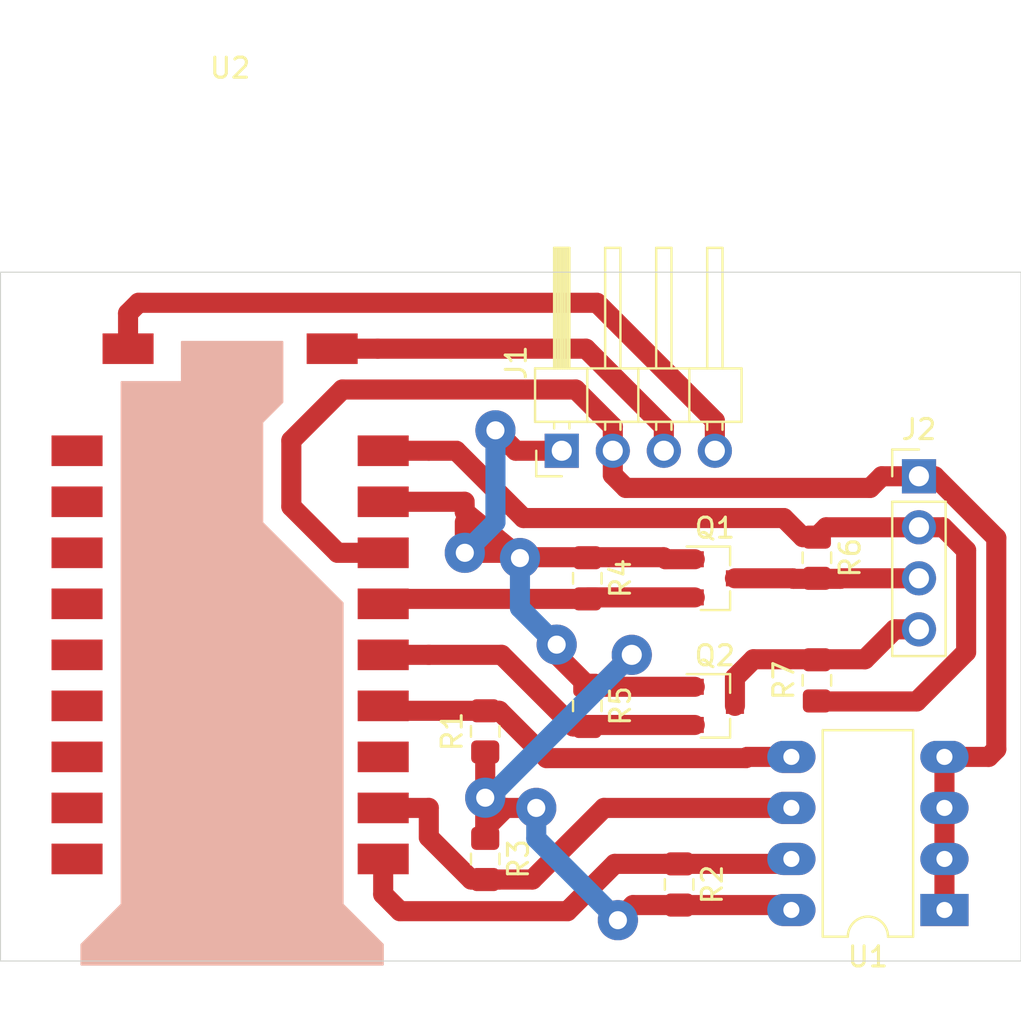
<source format=kicad_pcb>
(kicad_pcb (version 20171130) (host pcbnew 5.1.5+dfsg1-2build2)

  (general
    (thickness 1.6)
    (drawings 5)
    (tracks 139)
    (zones 0)
    (modules 13)
    (nets 23)
  )

  (page A4)
  (layers
    (0 F.Cu signal)
    (31 B.Cu signal)
    (32 B.Adhes user)
    (33 F.Adhes user)
    (34 B.Paste user)
    (35 F.Paste user)
    (36 B.SilkS user)
    (37 F.SilkS user)
    (38 B.Mask user)
    (39 F.Mask user)
    (40 Dwgs.User user)
    (41 Cmts.User user)
    (42 Eco1.User user)
    (43 Eco2.User user)
    (44 Edge.Cuts user)
    (45 Margin user)
    (46 B.CrtYd user)
    (47 F.CrtYd user)
    (48 B.Fab user)
    (49 F.Fab user)
  )

  (setup
    (last_trace_width 1)
    (user_trace_width 1)
    (trace_clearance 0.5)
    (zone_clearance 0.508)
    (zone_45_only no)
    (trace_min 0.2)
    (via_size 0.8)
    (via_drill 0.4)
    (via_min_size 0.4)
    (via_min_drill 0.3)
    (user_via 2 0.9)
    (uvia_size 0.3)
    (uvia_drill 0.1)
    (uvias_allowed no)
    (uvia_min_size 0.2)
    (uvia_min_drill 0.1)
    (edge_width 0.05)
    (segment_width 0.2)
    (pcb_text_width 0.3)
    (pcb_text_size 1.5 1.5)
    (mod_edge_width 0.12)
    (mod_text_size 1 1)
    (mod_text_width 0.15)
    (pad_size 1.524 1.524)
    (pad_drill 0.762)
    (pad_to_mask_clearance 0.051)
    (solder_mask_min_width 0.25)
    (aux_axis_origin 0 0)
    (visible_elements FFFFFF7F)
    (pcbplotparams
      (layerselection 0x00010_7ffffffe)
      (usegerberextensions false)
      (usegerberattributes false)
      (usegerberadvancedattributes false)
      (creategerberjobfile false)
      (excludeedgelayer true)
      (linewidth 0.100000)
      (plotframeref false)
      (viasonmask false)
      (mode 1)
      (useauxorigin false)
      (hpglpennumber 1)
      (hpglpenspeed 20)
      (hpglpendiameter 15.000000)
      (psnegative false)
      (psa4output false)
      (plotreference true)
      (plotvalue true)
      (plotinvisibletext false)
      (padsonsilk false)
      (subtractmaskfromsilk false)
      (outputformat 1)
      (mirror false)
      (drillshape 0)
      (scaleselection 1)
      (outputdirectory "plot/"))
  )

  (net 0 "")
  (net 1 SWDCLK)
  (net 2 SWDIO)
  (net 3 GND)
  (net 4 +3V3)
  (net 5 +5V)
  (net 6 MT)
  (net 7 MR)
  (net 8 MT_LOW)
  (net 9 MR_LOW)
  (net 10 SDA)
  (net 11 WP)
  (net 12 SCL)
  (net 13 "Net-(U2-Pad1)")
  (net 14 "Net-(U2-Pad3)")
  (net 15 "Net-(U2-Pad5)")
  (net 16 "Net-(U2-Pad13)")
  (net 17 "Net-(U2-Pad15)")
  (net 18 "Net-(U2-Pad17)")
  (net 19 "Net-(U2-Pad7)")
  (net 20 "Net-(U2-Pad9)")
  (net 21 "Net-(U2-Pad11)")
  (net 22 "Net-(U2-Pad14)")

  (net_class Default "This is the default net class."
    (clearance 0.5)
    (trace_width 1)
    (via_dia 0.8)
    (via_drill 0.4)
    (uvia_dia 0.3)
    (uvia_drill 0.1)
    (add_net +3V3)
    (add_net +5V)
    (add_net GND)
    (add_net MR)
    (add_net MR_LOW)
    (add_net MT)
    (add_net MT_LOW)
    (add_net "Net-(U2-Pad1)")
    (add_net "Net-(U2-Pad11)")
    (add_net "Net-(U2-Pad13)")
    (add_net "Net-(U2-Pad14)")
    (add_net "Net-(U2-Pad15)")
    (add_net "Net-(U2-Pad17)")
    (add_net "Net-(U2-Pad3)")
    (add_net "Net-(U2-Pad5)")
    (add_net "Net-(U2-Pad7)")
    (add_net "Net-(U2-Pad9)")
    (add_net SCL)
    (add_net SDA)
    (add_net SWDCLK)
    (add_net SWDIO)
    (add_net WP)
  )

  (module Components:NRF52840_Dongle (layer F.Cu) (tedit 61D651B8) (tstamp 61D6AB21)
    (at 152.4 58.42)
    (path /61D69CBB)
    (fp_text reference U2 (at 0 -19.05) (layer F.SilkS)
      (effects (font (size 1 1) (thickness 0.15)))
    )
    (fp_text value NRF52840_Dongle (at 0 -21.59) (layer F.Fab)
      (effects (font (size 1 1) (thickness 0.15)))
    )
    (fp_line (start 7.62 -1.5) (end 7.62 28.49) (layer Dwgs.User) (width 0.12))
    (fp_line (start 7.62 28.49) (end -7.62 28.49) (layer Dwgs.User) (width 0.12))
    (fp_line (start -7.62 28.49) (end -7.62 -1.5) (layer Dwgs.User) (width 0.12))
    (fp_line (start -7.62 -1.5) (end -6.01 -3.11) (layer Dwgs.User) (width 0.12))
    (fp_line (start -6.01 -3.11) (end -6.01 -17.51) (layer Dwgs.User) (width 0.12))
    (fp_line (start -6.01 -17.51) (end 6.01 -17.51) (layer Dwgs.User) (width 0.12))
    (fp_line (start 6.01 -17.51) (end 6.01 -3.11) (layer Dwgs.User) (width 0.12))
    (fp_line (start 6.01 -3.11) (end 7.62 -1.5) (layer Dwgs.User) (width 0.12))
    (pad 1 smd rect (at -7.62 0) (size 2.54 1.524) (layers F.Cu F.Paste F.Mask)
      (net 13 "Net-(U2-Pad1)"))
    (pad 2 smd rect (at 7.62 0) (size 2.54 1.524) (layers F.Cu F.Paste F.Mask)
      (net 5 +5V))
    (pad 3 smd rect (at -7.62 2.54) (size 2.54 1.524) (layers F.Cu F.Paste F.Mask)
      (net 14 "Net-(U2-Pad3)"))
    (pad 4 smd rect (at 7.62 2.54) (size 2.54 1.524) (layers F.Cu F.Paste F.Mask)
      (net 4 +3V3))
    (pad 5 smd rect (at -7.62 5.08) (size 2.54 1.524) (layers F.Cu F.Paste F.Mask)
      (net 15 "Net-(U2-Pad5)"))
    (pad 6 smd rect (at 7.62 5.08) (size 2.54 1.524) (layers F.Cu F.Paste F.Mask)
      (net 3 GND))
    (pad 7 smd rect (at -7.62 7.62) (size 2.54 1.524) (layers F.Cu F.Paste F.Mask)
      (net 19 "Net-(U2-Pad7)"))
    (pad 8 smd rect (at 7.62 7.62) (size 2.54 1.524) (layers F.Cu F.Paste F.Mask)
      (net 8 MT_LOW))
    (pad 9 smd rect (at -7.62 10.16) (size 2.54 1.524) (layers F.Cu F.Paste F.Mask)
      (net 20 "Net-(U2-Pad9)"))
    (pad 10 smd rect (at 7.62 10.16) (size 2.54 1.524) (layers F.Cu F.Paste F.Mask)
      (net 9 MR_LOW))
    (pad 11 smd rect (at -7.62 12.7) (size 2.54 1.524) (layers F.Cu F.Paste F.Mask)
      (net 21 "Net-(U2-Pad11)"))
    (pad 12 smd rect (at 7.62 12.7) (size 2.54 1.524) (layers F.Cu F.Paste F.Mask)
      (net 10 SDA))
    (pad 13 smd rect (at -7.62 15.24) (size 2.54 1.524) (layers F.Cu F.Paste F.Mask)
      (net 16 "Net-(U2-Pad13)"))
    (pad 14 smd rect (at 7.62 15.24) (size 2.54 1.524) (layers F.Cu F.Paste F.Mask)
      (net 22 "Net-(U2-Pad14)"))
    (pad 15 smd rect (at -7.62 17.78) (size 2.54 1.524) (layers F.Cu F.Paste F.Mask)
      (net 17 "Net-(U2-Pad15)"))
    (pad 16 smd rect (at 7.62 17.78) (size 2.54 1.524) (layers F.Cu F.Paste F.Mask)
      (net 12 SCL))
    (pad 17 smd rect (at -7.62 20.32) (size 2.54 1.524) (layers F.Cu F.Paste F.Mask)
      (net 18 "Net-(U2-Pad17)"))
    (pad 18 smd rect (at 7.62 20.32) (size 2.54 1.524) (layers F.Cu F.Paste F.Mask)
      (net 11 WP))
    (pad 19 smd rect (at -5.08 -5.08) (size 2.54 1.524) (layers F.Cu F.Paste F.Mask)
      (net 2 SWDIO))
    (pad 20 smd rect (at 5.08 -5.08) (size 2.54 1.524) (layers F.Cu F.Paste F.Mask)
      (net 1 SWDCLK))
  )

  (module Connector_PinHeader_2.54mm:PinHeader_1x04_P2.54mm_Horizontal (layer F.Cu) (tedit 59FED5CB) (tstamp 61D6C937)
    (at 168.91 58.42 90)
    (descr "Through hole angled pin header, 1x04, 2.54mm pitch, 6mm pin length, single row")
    (tags "Through hole angled pin header THT 1x04 2.54mm single row")
    (path /61D8A69D)
    (fp_text reference J1 (at 4.385 -2.27 90) (layer F.SilkS)
      (effects (font (size 1 1) (thickness 0.15)))
    )
    (fp_text value Debug (at 4.385 9.89 90) (layer F.Fab)
      (effects (font (size 1 1) (thickness 0.15)))
    )
    (fp_line (start 2.135 -1.27) (end 4.04 -1.27) (layer F.Fab) (width 0.1))
    (fp_line (start 4.04 -1.27) (end 4.04 8.89) (layer F.Fab) (width 0.1))
    (fp_line (start 4.04 8.89) (end 1.5 8.89) (layer F.Fab) (width 0.1))
    (fp_line (start 1.5 8.89) (end 1.5 -0.635) (layer F.Fab) (width 0.1))
    (fp_line (start 1.5 -0.635) (end 2.135 -1.27) (layer F.Fab) (width 0.1))
    (fp_line (start -0.32 -0.32) (end 1.5 -0.32) (layer F.Fab) (width 0.1))
    (fp_line (start -0.32 -0.32) (end -0.32 0.32) (layer F.Fab) (width 0.1))
    (fp_line (start -0.32 0.32) (end 1.5 0.32) (layer F.Fab) (width 0.1))
    (fp_line (start 4.04 -0.32) (end 10.04 -0.32) (layer F.Fab) (width 0.1))
    (fp_line (start 10.04 -0.32) (end 10.04 0.32) (layer F.Fab) (width 0.1))
    (fp_line (start 4.04 0.32) (end 10.04 0.32) (layer F.Fab) (width 0.1))
    (fp_line (start -0.32 2.22) (end 1.5 2.22) (layer F.Fab) (width 0.1))
    (fp_line (start -0.32 2.22) (end -0.32 2.86) (layer F.Fab) (width 0.1))
    (fp_line (start -0.32 2.86) (end 1.5 2.86) (layer F.Fab) (width 0.1))
    (fp_line (start 4.04 2.22) (end 10.04 2.22) (layer F.Fab) (width 0.1))
    (fp_line (start 10.04 2.22) (end 10.04 2.86) (layer F.Fab) (width 0.1))
    (fp_line (start 4.04 2.86) (end 10.04 2.86) (layer F.Fab) (width 0.1))
    (fp_line (start -0.32 4.76) (end 1.5 4.76) (layer F.Fab) (width 0.1))
    (fp_line (start -0.32 4.76) (end -0.32 5.4) (layer F.Fab) (width 0.1))
    (fp_line (start -0.32 5.4) (end 1.5 5.4) (layer F.Fab) (width 0.1))
    (fp_line (start 4.04 4.76) (end 10.04 4.76) (layer F.Fab) (width 0.1))
    (fp_line (start 10.04 4.76) (end 10.04 5.4) (layer F.Fab) (width 0.1))
    (fp_line (start 4.04 5.4) (end 10.04 5.4) (layer F.Fab) (width 0.1))
    (fp_line (start -0.32 7.3) (end 1.5 7.3) (layer F.Fab) (width 0.1))
    (fp_line (start -0.32 7.3) (end -0.32 7.94) (layer F.Fab) (width 0.1))
    (fp_line (start -0.32 7.94) (end 1.5 7.94) (layer F.Fab) (width 0.1))
    (fp_line (start 4.04 7.3) (end 10.04 7.3) (layer F.Fab) (width 0.1))
    (fp_line (start 10.04 7.3) (end 10.04 7.94) (layer F.Fab) (width 0.1))
    (fp_line (start 4.04 7.94) (end 10.04 7.94) (layer F.Fab) (width 0.1))
    (fp_line (start 1.44 -1.33) (end 1.44 8.95) (layer F.SilkS) (width 0.12))
    (fp_line (start 1.44 8.95) (end 4.1 8.95) (layer F.SilkS) (width 0.12))
    (fp_line (start 4.1 8.95) (end 4.1 -1.33) (layer F.SilkS) (width 0.12))
    (fp_line (start 4.1 -1.33) (end 1.44 -1.33) (layer F.SilkS) (width 0.12))
    (fp_line (start 4.1 -0.38) (end 10.1 -0.38) (layer F.SilkS) (width 0.12))
    (fp_line (start 10.1 -0.38) (end 10.1 0.38) (layer F.SilkS) (width 0.12))
    (fp_line (start 10.1 0.38) (end 4.1 0.38) (layer F.SilkS) (width 0.12))
    (fp_line (start 4.1 -0.32) (end 10.1 -0.32) (layer F.SilkS) (width 0.12))
    (fp_line (start 4.1 -0.2) (end 10.1 -0.2) (layer F.SilkS) (width 0.12))
    (fp_line (start 4.1 -0.08) (end 10.1 -0.08) (layer F.SilkS) (width 0.12))
    (fp_line (start 4.1 0.04) (end 10.1 0.04) (layer F.SilkS) (width 0.12))
    (fp_line (start 4.1 0.16) (end 10.1 0.16) (layer F.SilkS) (width 0.12))
    (fp_line (start 4.1 0.28) (end 10.1 0.28) (layer F.SilkS) (width 0.12))
    (fp_line (start 1.11 -0.38) (end 1.44 -0.38) (layer F.SilkS) (width 0.12))
    (fp_line (start 1.11 0.38) (end 1.44 0.38) (layer F.SilkS) (width 0.12))
    (fp_line (start 1.44 1.27) (end 4.1 1.27) (layer F.SilkS) (width 0.12))
    (fp_line (start 4.1 2.16) (end 10.1 2.16) (layer F.SilkS) (width 0.12))
    (fp_line (start 10.1 2.16) (end 10.1 2.92) (layer F.SilkS) (width 0.12))
    (fp_line (start 10.1 2.92) (end 4.1 2.92) (layer F.SilkS) (width 0.12))
    (fp_line (start 1.042929 2.16) (end 1.44 2.16) (layer F.SilkS) (width 0.12))
    (fp_line (start 1.042929 2.92) (end 1.44 2.92) (layer F.SilkS) (width 0.12))
    (fp_line (start 1.44 3.81) (end 4.1 3.81) (layer F.SilkS) (width 0.12))
    (fp_line (start 4.1 4.7) (end 10.1 4.7) (layer F.SilkS) (width 0.12))
    (fp_line (start 10.1 4.7) (end 10.1 5.46) (layer F.SilkS) (width 0.12))
    (fp_line (start 10.1 5.46) (end 4.1 5.46) (layer F.SilkS) (width 0.12))
    (fp_line (start 1.042929 4.7) (end 1.44 4.7) (layer F.SilkS) (width 0.12))
    (fp_line (start 1.042929 5.46) (end 1.44 5.46) (layer F.SilkS) (width 0.12))
    (fp_line (start 1.44 6.35) (end 4.1 6.35) (layer F.SilkS) (width 0.12))
    (fp_line (start 4.1 7.24) (end 10.1 7.24) (layer F.SilkS) (width 0.12))
    (fp_line (start 10.1 7.24) (end 10.1 8) (layer F.SilkS) (width 0.12))
    (fp_line (start 10.1 8) (end 4.1 8) (layer F.SilkS) (width 0.12))
    (fp_line (start 1.042929 7.24) (end 1.44 7.24) (layer F.SilkS) (width 0.12))
    (fp_line (start 1.042929 8) (end 1.44 8) (layer F.SilkS) (width 0.12))
    (fp_line (start -1.27 0) (end -1.27 -1.27) (layer F.SilkS) (width 0.12))
    (fp_line (start -1.27 -1.27) (end 0 -1.27) (layer F.SilkS) (width 0.12))
    (fp_line (start -1.8 -1.8) (end -1.8 9.4) (layer F.CrtYd) (width 0.05))
    (fp_line (start -1.8 9.4) (end 10.55 9.4) (layer F.CrtYd) (width 0.05))
    (fp_line (start 10.55 9.4) (end 10.55 -1.8) (layer F.CrtYd) (width 0.05))
    (fp_line (start 10.55 -1.8) (end -1.8 -1.8) (layer F.CrtYd) (width 0.05))
    (fp_text user %R (at 2.77 3.81) (layer F.Fab)
      (effects (font (size 1 1) (thickness 0.15)))
    )
    (pad 1 thru_hole rect (at 0 0 90) (size 1.7 1.7) (drill 1) (layers *.Cu *.Mask)
      (net 4 +3V3))
    (pad 2 thru_hole oval (at 0 2.54 90) (size 1.7 1.7) (drill 1) (layers *.Cu *.Mask)
      (net 3 GND))
    (pad 3 thru_hole oval (at 0 5.08 90) (size 1.7 1.7) (drill 1) (layers *.Cu *.Mask)
      (net 1 SWDCLK))
    (pad 4 thru_hole oval (at 0 7.62 90) (size 1.7 1.7) (drill 1) (layers *.Cu *.Mask)
      (net 2 SWDIO))
    (model ${KISYS3DMOD}/Connector_PinHeader_2.54mm.3dshapes/PinHeader_1x04_P2.54mm_Horizontal.wrl
      (at (xyz 0 0 0))
      (scale (xyz 1 1 1))
      (rotate (xyz 0 0 0))
    )
  )

  (module Connector_PinHeader_2.54mm:PinHeader_1x04_P2.54mm_Vertical (layer F.Cu) (tedit 59FED5CC) (tstamp 61D6AA43)
    (at 186.69 59.69)
    (descr "Through hole straight pin header, 1x04, 2.54mm pitch, single row")
    (tags "Through hole pin header THT 1x04 2.54mm single row")
    (path /61D73B1E)
    (fp_text reference J2 (at 0 -2.33) (layer F.SilkS)
      (effects (font (size 1 1) (thickness 0.15)))
    )
    (fp_text value "Desk RJ11" (at 0 9.95) (layer F.Fab)
      (effects (font (size 1 1) (thickness 0.15)))
    )
    (fp_line (start -0.635 -1.27) (end 1.27 -1.27) (layer F.Fab) (width 0.1))
    (fp_line (start 1.27 -1.27) (end 1.27 8.89) (layer F.Fab) (width 0.1))
    (fp_line (start 1.27 8.89) (end -1.27 8.89) (layer F.Fab) (width 0.1))
    (fp_line (start -1.27 8.89) (end -1.27 -0.635) (layer F.Fab) (width 0.1))
    (fp_line (start -1.27 -0.635) (end -0.635 -1.27) (layer F.Fab) (width 0.1))
    (fp_line (start -1.33 8.95) (end 1.33 8.95) (layer F.SilkS) (width 0.12))
    (fp_line (start -1.33 1.27) (end -1.33 8.95) (layer F.SilkS) (width 0.12))
    (fp_line (start 1.33 1.27) (end 1.33 8.95) (layer F.SilkS) (width 0.12))
    (fp_line (start -1.33 1.27) (end 1.33 1.27) (layer F.SilkS) (width 0.12))
    (fp_line (start -1.33 0) (end -1.33 -1.33) (layer F.SilkS) (width 0.12))
    (fp_line (start -1.33 -1.33) (end 0 -1.33) (layer F.SilkS) (width 0.12))
    (fp_line (start -1.8 -1.8) (end -1.8 9.4) (layer F.CrtYd) (width 0.05))
    (fp_line (start -1.8 9.4) (end 1.8 9.4) (layer F.CrtYd) (width 0.05))
    (fp_line (start 1.8 9.4) (end 1.8 -1.8) (layer F.CrtYd) (width 0.05))
    (fp_line (start 1.8 -1.8) (end -1.8 -1.8) (layer F.CrtYd) (width 0.05))
    (fp_text user %R (at 0 3.81 90) (layer F.Fab)
      (effects (font (size 1 1) (thickness 0.15)))
    )
    (pad 1 thru_hole rect (at 0 0) (size 1.7 1.7) (drill 1) (layers *.Cu *.Mask)
      (net 3 GND))
    (pad 2 thru_hole oval (at 0 2.54) (size 1.7 1.7) (drill 1) (layers *.Cu *.Mask)
      (net 5 +5V))
    (pad 3 thru_hole oval (at 0 5.08) (size 1.7 1.7) (drill 1) (layers *.Cu *.Mask)
      (net 6 MT))
    (pad 4 thru_hole oval (at 0 7.62) (size 1.7 1.7) (drill 1) (layers *.Cu *.Mask)
      (net 7 MR))
    (model ${KISYS3DMOD}/Connector_PinHeader_2.54mm.3dshapes/PinHeader_1x04_P2.54mm_Vertical.wrl
      (at (xyz 0 0 0))
      (scale (xyz 1 1 1))
      (rotate (xyz 0 0 0))
    )
  )

  (module Package_TO_SOT_SMD:SOT-23 (layer F.Cu) (tedit 5A02FF57) (tstamp 61D6B1D3)
    (at 176.53 64.77)
    (descr "SOT-23, Standard")
    (tags SOT-23)
    (path /61D64B61)
    (attr smd)
    (fp_text reference Q1 (at 0 -2.5) (layer F.SilkS)
      (effects (font (size 1 1) (thickness 0.15)))
    )
    (fp_text value 2N7002 (at 0 2.5) (layer F.Fab)
      (effects (font (size 1 1) (thickness 0.15)))
    )
    (fp_text user %R (at 0 0 90) (layer F.Fab)
      (effects (font (size 0.5 0.5) (thickness 0.075)))
    )
    (fp_line (start -0.7 -0.95) (end -0.7 1.5) (layer F.Fab) (width 0.1))
    (fp_line (start -0.15 -1.52) (end 0.7 -1.52) (layer F.Fab) (width 0.1))
    (fp_line (start -0.7 -0.95) (end -0.15 -1.52) (layer F.Fab) (width 0.1))
    (fp_line (start 0.7 -1.52) (end 0.7 1.52) (layer F.Fab) (width 0.1))
    (fp_line (start -0.7 1.52) (end 0.7 1.52) (layer F.Fab) (width 0.1))
    (fp_line (start 0.76 1.58) (end 0.76 0.65) (layer F.SilkS) (width 0.12))
    (fp_line (start 0.76 -1.58) (end 0.76 -0.65) (layer F.SilkS) (width 0.12))
    (fp_line (start -1.7 -1.75) (end 1.7 -1.75) (layer F.CrtYd) (width 0.05))
    (fp_line (start 1.7 -1.75) (end 1.7 1.75) (layer F.CrtYd) (width 0.05))
    (fp_line (start 1.7 1.75) (end -1.7 1.75) (layer F.CrtYd) (width 0.05))
    (fp_line (start -1.7 1.75) (end -1.7 -1.75) (layer F.CrtYd) (width 0.05))
    (fp_line (start 0.76 -1.58) (end -1.4 -1.58) (layer F.SilkS) (width 0.12))
    (fp_line (start 0.76 1.58) (end -0.7 1.58) (layer F.SilkS) (width 0.12))
    (pad 1 smd rect (at -1 -0.95) (size 0.9 0.8) (layers F.Cu F.Paste F.Mask)
      (net 4 +3V3))
    (pad 2 smd rect (at -1 0.95) (size 0.9 0.8) (layers F.Cu F.Paste F.Mask)
      (net 8 MT_LOW))
    (pad 3 smd rect (at 1 0) (size 0.9 0.8) (layers F.Cu F.Paste F.Mask)
      (net 6 MT))
    (model ${KISYS3DMOD}/Package_TO_SOT_SMD.3dshapes/SOT-23.wrl
      (at (xyz 0 0 0))
      (scale (xyz 1 1 1))
      (rotate (xyz 0 0 0))
    )
  )

  (module Package_TO_SOT_SMD:SOT-23 (layer F.Cu) (tedit 5A02FF57) (tstamp 61D6B145)
    (at 176.53 71.12)
    (descr "SOT-23, Standard")
    (tags SOT-23)
    (path /61DC9FED)
    (attr smd)
    (fp_text reference Q2 (at 0 -2.5) (layer F.SilkS)
      (effects (font (size 1 1) (thickness 0.15)))
    )
    (fp_text value 2N7002 (at 0 2.5) (layer F.Fab)
      (effects (font (size 1 1) (thickness 0.15)))
    )
    (fp_line (start 0.76 1.58) (end -0.7 1.58) (layer F.SilkS) (width 0.12))
    (fp_line (start 0.76 -1.58) (end -1.4 -1.58) (layer F.SilkS) (width 0.12))
    (fp_line (start -1.7 1.75) (end -1.7 -1.75) (layer F.CrtYd) (width 0.05))
    (fp_line (start 1.7 1.75) (end -1.7 1.75) (layer F.CrtYd) (width 0.05))
    (fp_line (start 1.7 -1.75) (end 1.7 1.75) (layer F.CrtYd) (width 0.05))
    (fp_line (start -1.7 -1.75) (end 1.7 -1.75) (layer F.CrtYd) (width 0.05))
    (fp_line (start 0.76 -1.58) (end 0.76 -0.65) (layer F.SilkS) (width 0.12))
    (fp_line (start 0.76 1.58) (end 0.76 0.65) (layer F.SilkS) (width 0.12))
    (fp_line (start -0.7 1.52) (end 0.7 1.52) (layer F.Fab) (width 0.1))
    (fp_line (start 0.7 -1.52) (end 0.7 1.52) (layer F.Fab) (width 0.1))
    (fp_line (start -0.7 -0.95) (end -0.15 -1.52) (layer F.Fab) (width 0.1))
    (fp_line (start -0.15 -1.52) (end 0.7 -1.52) (layer F.Fab) (width 0.1))
    (fp_line (start -0.7 -0.95) (end -0.7 1.5) (layer F.Fab) (width 0.1))
    (fp_text user %R (at 0 0 90) (layer F.Fab)
      (effects (font (size 0.5 0.5) (thickness 0.075)))
    )
    (pad 3 smd rect (at 1 0) (size 0.9 0.8) (layers F.Cu F.Paste F.Mask)
      (net 7 MR))
    (pad 2 smd rect (at -1 0.95) (size 0.9 0.8) (layers F.Cu F.Paste F.Mask)
      (net 9 MR_LOW))
    (pad 1 smd rect (at -1 -0.95) (size 0.9 0.8) (layers F.Cu F.Paste F.Mask)
      (net 4 +3V3))
    (model ${KISYS3DMOD}/Package_TO_SOT_SMD.3dshapes/SOT-23.wrl
      (at (xyz 0 0 0))
      (scale (xyz 1 1 1))
      (rotate (xyz 0 0 0))
    )
  )

  (module Resistor_SMD:R_0805_2012Metric_Pad1.15x1.40mm_HandSolder (layer F.Cu) (tedit 5B36C52B) (tstamp 61D6BD39)
    (at 165.1 72.39 90)
    (descr "Resistor SMD 0805 (2012 Metric), square (rectangular) end terminal, IPC_7351 nominal with elongated pad for handsoldering. (Body size source: https://docs.google.com/spreadsheets/d/1BsfQQcO9C6DZCsRaXUlFlo91Tg2WpOkGARC1WS5S8t0/edit?usp=sharing), generated with kicad-footprint-generator")
    (tags "resistor handsolder")
    (path /61DDF8E5)
    (attr smd)
    (fp_text reference R1 (at 0 -1.65 90) (layer F.SilkS)
      (effects (font (size 1 1) (thickness 0.15)))
    )
    (fp_text value 2K (at 0 1.65 90) (layer F.Fab)
      (effects (font (size 1 1) (thickness 0.15)))
    )
    (fp_line (start -1 0.6) (end -1 -0.6) (layer F.Fab) (width 0.1))
    (fp_line (start -1 -0.6) (end 1 -0.6) (layer F.Fab) (width 0.1))
    (fp_line (start 1 -0.6) (end 1 0.6) (layer F.Fab) (width 0.1))
    (fp_line (start 1 0.6) (end -1 0.6) (layer F.Fab) (width 0.1))
    (fp_line (start -0.261252 -0.71) (end 0.261252 -0.71) (layer F.SilkS) (width 0.12))
    (fp_line (start -0.261252 0.71) (end 0.261252 0.71) (layer F.SilkS) (width 0.12))
    (fp_line (start -1.85 0.95) (end -1.85 -0.95) (layer F.CrtYd) (width 0.05))
    (fp_line (start -1.85 -0.95) (end 1.85 -0.95) (layer F.CrtYd) (width 0.05))
    (fp_line (start 1.85 -0.95) (end 1.85 0.95) (layer F.CrtYd) (width 0.05))
    (fp_line (start 1.85 0.95) (end -1.85 0.95) (layer F.CrtYd) (width 0.05))
    (fp_text user %R (at 0 0 90) (layer F.Fab)
      (effects (font (size 0.5 0.5) (thickness 0.08)))
    )
    (pad 1 smd roundrect (at -1.025 0 90) (size 1.15 1.4) (layers F.Cu F.Paste F.Mask) (roundrect_rratio 0.217391)
      (net 4 +3V3))
    (pad 2 smd roundrect (at 1.025 0 90) (size 1.15 1.4) (layers F.Cu F.Paste F.Mask) (roundrect_rratio 0.217391)
      (net 10 SDA))
    (model ${KISYS3DMOD}/Resistor_SMD.3dshapes/R_0805_2012Metric.wrl
      (at (xyz 0 0 0))
      (scale (xyz 1 1 1))
      (rotate (xyz 0 0 0))
    )
  )

  (module Resistor_SMD:R_0805_2012Metric_Pad1.15x1.40mm_HandSolder (layer F.Cu) (tedit 5B36C52B) (tstamp 61D6C1D6)
    (at 174.752 80.01 270)
    (descr "Resistor SMD 0805 (2012 Metric), square (rectangular) end terminal, IPC_7351 nominal with elongated pad for handsoldering. (Body size source: https://docs.google.com/spreadsheets/d/1BsfQQcO9C6DZCsRaXUlFlo91Tg2WpOkGARC1WS5S8t0/edit?usp=sharing), generated with kicad-footprint-generator")
    (tags "resistor handsolder")
    (path /61DEE1E3)
    (attr smd)
    (fp_text reference R2 (at 0 -1.65 90) (layer F.SilkS)
      (effects (font (size 1 1) (thickness 0.15)))
    )
    (fp_text value 10K (at 0 1.65 90) (layer F.Fab)
      (effects (font (size 1 1) (thickness 0.15)))
    )
    (fp_line (start -1 0.6) (end -1 -0.6) (layer F.Fab) (width 0.1))
    (fp_line (start -1 -0.6) (end 1 -0.6) (layer F.Fab) (width 0.1))
    (fp_line (start 1 -0.6) (end 1 0.6) (layer F.Fab) (width 0.1))
    (fp_line (start 1 0.6) (end -1 0.6) (layer F.Fab) (width 0.1))
    (fp_line (start -0.261252 -0.71) (end 0.261252 -0.71) (layer F.SilkS) (width 0.12))
    (fp_line (start -0.261252 0.71) (end 0.261252 0.71) (layer F.SilkS) (width 0.12))
    (fp_line (start -1.85 0.95) (end -1.85 -0.95) (layer F.CrtYd) (width 0.05))
    (fp_line (start -1.85 -0.95) (end 1.85 -0.95) (layer F.CrtYd) (width 0.05))
    (fp_line (start 1.85 -0.95) (end 1.85 0.95) (layer F.CrtYd) (width 0.05))
    (fp_line (start 1.85 0.95) (end -1.85 0.95) (layer F.CrtYd) (width 0.05))
    (fp_text user %R (at 0 0 90) (layer F.Fab)
      (effects (font (size 0.5 0.5) (thickness 0.08)))
    )
    (pad 1 smd roundrect (at -1.025 0 270) (size 1.15 1.4) (layers F.Cu F.Paste F.Mask) (roundrect_rratio 0.217391)
      (net 11 WP))
    (pad 2 smd roundrect (at 1.025 0 270) (size 1.15 1.4) (layers F.Cu F.Paste F.Mask) (roundrect_rratio 0.217391)
      (net 4 +3V3))
    (model ${KISYS3DMOD}/Resistor_SMD.3dshapes/R_0805_2012Metric.wrl
      (at (xyz 0 0 0))
      (scale (xyz 1 1 1))
      (rotate (xyz 0 0 0))
    )
  )

  (module Resistor_SMD:R_0805_2012Metric_Pad1.15x1.40mm_HandSolder (layer F.Cu) (tedit 5B36C52B) (tstamp 61D6D869)
    (at 165.1 78.74 270)
    (descr "Resistor SMD 0805 (2012 Metric), square (rectangular) end terminal, IPC_7351 nominal with elongated pad for handsoldering. (Body size source: https://docs.google.com/spreadsheets/d/1BsfQQcO9C6DZCsRaXUlFlo91Tg2WpOkGARC1WS5S8t0/edit?usp=sharing), generated with kicad-footprint-generator")
    (tags "resistor handsolder")
    (path /61DDFED4)
    (attr smd)
    (fp_text reference R3 (at 0 -1.65 90) (layer F.SilkS)
      (effects (font (size 1 1) (thickness 0.15)))
    )
    (fp_text value 2K (at 0 1.65 90) (layer F.Fab)
      (effects (font (size 1 1) (thickness 0.15)))
    )
    (fp_text user %R (at 0 0 90) (layer F.Fab)
      (effects (font (size 0.5 0.5) (thickness 0.08)))
    )
    (fp_line (start 1.85 0.95) (end -1.85 0.95) (layer F.CrtYd) (width 0.05))
    (fp_line (start 1.85 -0.95) (end 1.85 0.95) (layer F.CrtYd) (width 0.05))
    (fp_line (start -1.85 -0.95) (end 1.85 -0.95) (layer F.CrtYd) (width 0.05))
    (fp_line (start -1.85 0.95) (end -1.85 -0.95) (layer F.CrtYd) (width 0.05))
    (fp_line (start -0.261252 0.71) (end 0.261252 0.71) (layer F.SilkS) (width 0.12))
    (fp_line (start -0.261252 -0.71) (end 0.261252 -0.71) (layer F.SilkS) (width 0.12))
    (fp_line (start 1 0.6) (end -1 0.6) (layer F.Fab) (width 0.1))
    (fp_line (start 1 -0.6) (end 1 0.6) (layer F.Fab) (width 0.1))
    (fp_line (start -1 -0.6) (end 1 -0.6) (layer F.Fab) (width 0.1))
    (fp_line (start -1 0.6) (end -1 -0.6) (layer F.Fab) (width 0.1))
    (pad 2 smd roundrect (at 1.025 0 270) (size 1.15 1.4) (layers F.Cu F.Paste F.Mask) (roundrect_rratio 0.217391)
      (net 12 SCL))
    (pad 1 smd roundrect (at -1.025 0 270) (size 1.15 1.4) (layers F.Cu F.Paste F.Mask) (roundrect_rratio 0.217391)
      (net 4 +3V3))
    (model ${KISYS3DMOD}/Resistor_SMD.3dshapes/R_0805_2012Metric.wrl
      (at (xyz 0 0 0))
      (scale (xyz 1 1 1))
      (rotate (xyz 0 0 0))
    )
  )

  (module Resistor_SMD:R_0805_2012Metric_Pad1.15x1.40mm_HandSolder (layer F.Cu) (tedit 5B36C52B) (tstamp 61D6AAB1)
    (at 170.18 64.77 270)
    (descr "Resistor SMD 0805 (2012 Metric), square (rectangular) end terminal, IPC_7351 nominal with elongated pad for handsoldering. (Body size source: https://docs.google.com/spreadsheets/d/1BsfQQcO9C6DZCsRaXUlFlo91Tg2WpOkGARC1WS5S8t0/edit?usp=sharing), generated with kicad-footprint-generator")
    (tags "resistor handsolder")
    (path /61D66A7A)
    (attr smd)
    (fp_text reference R4 (at 0 -1.65 90) (layer F.SilkS)
      (effects (font (size 1 1) (thickness 0.15)))
    )
    (fp_text value 10K (at 0 1.65 90) (layer F.Fab)
      (effects (font (size 1 1) (thickness 0.15)))
    )
    (fp_line (start -1 0.6) (end -1 -0.6) (layer F.Fab) (width 0.1))
    (fp_line (start -1 -0.6) (end 1 -0.6) (layer F.Fab) (width 0.1))
    (fp_line (start 1 -0.6) (end 1 0.6) (layer F.Fab) (width 0.1))
    (fp_line (start 1 0.6) (end -1 0.6) (layer F.Fab) (width 0.1))
    (fp_line (start -0.261252 -0.71) (end 0.261252 -0.71) (layer F.SilkS) (width 0.12))
    (fp_line (start -0.261252 0.71) (end 0.261252 0.71) (layer F.SilkS) (width 0.12))
    (fp_line (start -1.85 0.95) (end -1.85 -0.95) (layer F.CrtYd) (width 0.05))
    (fp_line (start -1.85 -0.95) (end 1.85 -0.95) (layer F.CrtYd) (width 0.05))
    (fp_line (start 1.85 -0.95) (end 1.85 0.95) (layer F.CrtYd) (width 0.05))
    (fp_line (start 1.85 0.95) (end -1.85 0.95) (layer F.CrtYd) (width 0.05))
    (fp_text user %R (at 0 0 90) (layer F.Fab)
      (effects (font (size 0.5 0.5) (thickness 0.08)))
    )
    (pad 1 smd roundrect (at -1.025 0 270) (size 1.15 1.4) (layers F.Cu F.Paste F.Mask) (roundrect_rratio 0.217391)
      (net 4 +3V3))
    (pad 2 smd roundrect (at 1.025 0 270) (size 1.15 1.4) (layers F.Cu F.Paste F.Mask) (roundrect_rratio 0.217391)
      (net 8 MT_LOW))
    (model ${KISYS3DMOD}/Resistor_SMD.3dshapes/R_0805_2012Metric.wrl
      (at (xyz 0 0 0))
      (scale (xyz 1 1 1))
      (rotate (xyz 0 0 0))
    )
  )

  (module Resistor_SMD:R_0805_2012Metric_Pad1.15x1.40mm_HandSolder (layer F.Cu) (tedit 5B36C52B) (tstamp 61D6AAC2)
    (at 170.18 71.12 270)
    (descr "Resistor SMD 0805 (2012 Metric), square (rectangular) end terminal, IPC_7351 nominal with elongated pad for handsoldering. (Body size source: https://docs.google.com/spreadsheets/d/1BsfQQcO9C6DZCsRaXUlFlo91Tg2WpOkGARC1WS5S8t0/edit?usp=sharing), generated with kicad-footprint-generator")
    (tags "resistor handsolder")
    (path /61DC9FF7)
    (attr smd)
    (fp_text reference R5 (at 0 -1.65 90) (layer F.SilkS)
      (effects (font (size 1 1) (thickness 0.15)))
    )
    (fp_text value 10K (at 0 1.65 90) (layer F.Fab)
      (effects (font (size 1 1) (thickness 0.15)))
    )
    (fp_line (start -1 0.6) (end -1 -0.6) (layer F.Fab) (width 0.1))
    (fp_line (start -1 -0.6) (end 1 -0.6) (layer F.Fab) (width 0.1))
    (fp_line (start 1 -0.6) (end 1 0.6) (layer F.Fab) (width 0.1))
    (fp_line (start 1 0.6) (end -1 0.6) (layer F.Fab) (width 0.1))
    (fp_line (start -0.261252 -0.71) (end 0.261252 -0.71) (layer F.SilkS) (width 0.12))
    (fp_line (start -0.261252 0.71) (end 0.261252 0.71) (layer F.SilkS) (width 0.12))
    (fp_line (start -1.85 0.95) (end -1.85 -0.95) (layer F.CrtYd) (width 0.05))
    (fp_line (start -1.85 -0.95) (end 1.85 -0.95) (layer F.CrtYd) (width 0.05))
    (fp_line (start 1.85 -0.95) (end 1.85 0.95) (layer F.CrtYd) (width 0.05))
    (fp_line (start 1.85 0.95) (end -1.85 0.95) (layer F.CrtYd) (width 0.05))
    (fp_text user %R (at 0 0 90) (layer F.Fab)
      (effects (font (size 0.5 0.5) (thickness 0.08)))
    )
    (pad 1 smd roundrect (at -1.025 0 270) (size 1.15 1.4) (layers F.Cu F.Paste F.Mask) (roundrect_rratio 0.217391)
      (net 4 +3V3))
    (pad 2 smd roundrect (at 1.025 0 270) (size 1.15 1.4) (layers F.Cu F.Paste F.Mask) (roundrect_rratio 0.217391)
      (net 9 MR_LOW))
    (model ${KISYS3DMOD}/Resistor_SMD.3dshapes/R_0805_2012Metric.wrl
      (at (xyz 0 0 0))
      (scale (xyz 1 1 1))
      (rotate (xyz 0 0 0))
    )
  )

  (module Resistor_SMD:R_0805_2012Metric_Pad1.15x1.40mm_HandSolder (layer F.Cu) (tedit 5B36C52B) (tstamp 61D6B455)
    (at 181.61 63.745 270)
    (descr "Resistor SMD 0805 (2012 Metric), square (rectangular) end terminal, IPC_7351 nominal with elongated pad for handsoldering. (Body size source: https://docs.google.com/spreadsheets/d/1BsfQQcO9C6DZCsRaXUlFlo91Tg2WpOkGARC1WS5S8t0/edit?usp=sharing), generated with kicad-footprint-generator")
    (tags "resistor handsolder")
    (path /61DA20C5)
    (attr smd)
    (fp_text reference R6 (at 0 -1.65 90) (layer F.SilkS)
      (effects (font (size 1 1) (thickness 0.15)))
    )
    (fp_text value 10K (at 0 1.65 90) (layer F.Fab)
      (effects (font (size 1 1) (thickness 0.15)))
    )
    (fp_text user %R (at 0 0 90) (layer F.Fab)
      (effects (font (size 0.5 0.5) (thickness 0.08)))
    )
    (fp_line (start 1.85 0.95) (end -1.85 0.95) (layer F.CrtYd) (width 0.05))
    (fp_line (start 1.85 -0.95) (end 1.85 0.95) (layer F.CrtYd) (width 0.05))
    (fp_line (start -1.85 -0.95) (end 1.85 -0.95) (layer F.CrtYd) (width 0.05))
    (fp_line (start -1.85 0.95) (end -1.85 -0.95) (layer F.CrtYd) (width 0.05))
    (fp_line (start -0.261252 0.71) (end 0.261252 0.71) (layer F.SilkS) (width 0.12))
    (fp_line (start -0.261252 -0.71) (end 0.261252 -0.71) (layer F.SilkS) (width 0.12))
    (fp_line (start 1 0.6) (end -1 0.6) (layer F.Fab) (width 0.1))
    (fp_line (start 1 -0.6) (end 1 0.6) (layer F.Fab) (width 0.1))
    (fp_line (start -1 -0.6) (end 1 -0.6) (layer F.Fab) (width 0.1))
    (fp_line (start -1 0.6) (end -1 -0.6) (layer F.Fab) (width 0.1))
    (pad 2 smd roundrect (at 1.025 0 270) (size 1.15 1.4) (layers F.Cu F.Paste F.Mask) (roundrect_rratio 0.217391)
      (net 6 MT))
    (pad 1 smd roundrect (at -1.025 0 270) (size 1.15 1.4) (layers F.Cu F.Paste F.Mask) (roundrect_rratio 0.217391)
      (net 5 +5V))
    (model ${KISYS3DMOD}/Resistor_SMD.3dshapes/R_0805_2012Metric.wrl
      (at (xyz 0 0 0))
      (scale (xyz 1 1 1))
      (rotate (xyz 0 0 0))
    )
  )

  (module Resistor_SMD:R_0805_2012Metric_Pad1.15x1.40mm_HandSolder (layer F.Cu) (tedit 5B36C52B) (tstamp 61D6AAE4)
    (at 181.61 69.85 90)
    (descr "Resistor SMD 0805 (2012 Metric), square (rectangular) end terminal, IPC_7351 nominal with elongated pad for handsoldering. (Body size source: https://docs.google.com/spreadsheets/d/1BsfQQcO9C6DZCsRaXUlFlo91Tg2WpOkGARC1WS5S8t0/edit?usp=sharing), generated with kicad-footprint-generator")
    (tags "resistor handsolder")
    (path /61DCA001)
    (attr smd)
    (fp_text reference R7 (at 0 -1.65 90) (layer F.SilkS)
      (effects (font (size 1 1) (thickness 0.15)))
    )
    (fp_text value 10K (at 0 1.65 90) (layer F.Fab)
      (effects (font (size 1 1) (thickness 0.15)))
    )
    (fp_text user %R (at 0 0 90) (layer F.Fab)
      (effects (font (size 0.5 0.5) (thickness 0.08)))
    )
    (fp_line (start 1.85 0.95) (end -1.85 0.95) (layer F.CrtYd) (width 0.05))
    (fp_line (start 1.85 -0.95) (end 1.85 0.95) (layer F.CrtYd) (width 0.05))
    (fp_line (start -1.85 -0.95) (end 1.85 -0.95) (layer F.CrtYd) (width 0.05))
    (fp_line (start -1.85 0.95) (end -1.85 -0.95) (layer F.CrtYd) (width 0.05))
    (fp_line (start -0.261252 0.71) (end 0.261252 0.71) (layer F.SilkS) (width 0.12))
    (fp_line (start -0.261252 -0.71) (end 0.261252 -0.71) (layer F.SilkS) (width 0.12))
    (fp_line (start 1 0.6) (end -1 0.6) (layer F.Fab) (width 0.1))
    (fp_line (start 1 -0.6) (end 1 0.6) (layer F.Fab) (width 0.1))
    (fp_line (start -1 -0.6) (end 1 -0.6) (layer F.Fab) (width 0.1))
    (fp_line (start -1 0.6) (end -1 -0.6) (layer F.Fab) (width 0.1))
    (pad 2 smd roundrect (at 1.025 0 90) (size 1.15 1.4) (layers F.Cu F.Paste F.Mask) (roundrect_rratio 0.217391)
      (net 7 MR))
    (pad 1 smd roundrect (at -1.025 0 90) (size 1.15 1.4) (layers F.Cu F.Paste F.Mask) (roundrect_rratio 0.217391)
      (net 5 +5V))
    (model ${KISYS3DMOD}/Resistor_SMD.3dshapes/R_0805_2012Metric.wrl
      (at (xyz 0 0 0))
      (scale (xyz 1 1 1))
      (rotate (xyz 0 0 0))
    )
  )

  (module Package_DIP:DIP-8_W7.62mm_LongPads (layer F.Cu) (tedit 5A02E8C5) (tstamp 61FE0FBC)
    (at 187.96 81.28 180)
    (descr "8-lead though-hole mounted DIP package, row spacing 7.62 mm (300 mils), LongPads")
    (tags "THT DIP DIL PDIP 2.54mm 7.62mm 300mil LongPads")
    (path /61D66138)
    (fp_text reference U1 (at 3.81 -2.33) (layer F.SilkS)
      (effects (font (size 1 1) (thickness 0.15)))
    )
    (fp_text value 24LC256 (at 3.81 9.95) (layer F.Fab)
      (effects (font (size 1 1) (thickness 0.15)))
    )
    (fp_arc (start 3.81 -1.33) (end 2.81 -1.33) (angle -180) (layer F.SilkS) (width 0.12))
    (fp_line (start 1.635 -1.27) (end 6.985 -1.27) (layer F.Fab) (width 0.1))
    (fp_line (start 6.985 -1.27) (end 6.985 8.89) (layer F.Fab) (width 0.1))
    (fp_line (start 6.985 8.89) (end 0.635 8.89) (layer F.Fab) (width 0.1))
    (fp_line (start 0.635 8.89) (end 0.635 -0.27) (layer F.Fab) (width 0.1))
    (fp_line (start 0.635 -0.27) (end 1.635 -1.27) (layer F.Fab) (width 0.1))
    (fp_line (start 2.81 -1.33) (end 1.56 -1.33) (layer F.SilkS) (width 0.12))
    (fp_line (start 1.56 -1.33) (end 1.56 8.95) (layer F.SilkS) (width 0.12))
    (fp_line (start 1.56 8.95) (end 6.06 8.95) (layer F.SilkS) (width 0.12))
    (fp_line (start 6.06 8.95) (end 6.06 -1.33) (layer F.SilkS) (width 0.12))
    (fp_line (start 6.06 -1.33) (end 4.81 -1.33) (layer F.SilkS) (width 0.12))
    (fp_line (start -1.45 -1.55) (end -1.45 9.15) (layer F.CrtYd) (width 0.05))
    (fp_line (start -1.45 9.15) (end 9.1 9.15) (layer F.CrtYd) (width 0.05))
    (fp_line (start 9.1 9.15) (end 9.1 -1.55) (layer F.CrtYd) (width 0.05))
    (fp_line (start 9.1 -1.55) (end -1.45 -1.55) (layer F.CrtYd) (width 0.05))
    (fp_text user %R (at 3.81 3.81) (layer F.Fab)
      (effects (font (size 1 1) (thickness 0.15)))
    )
    (pad 1 thru_hole rect (at 0 0 180) (size 2.4 1.6) (drill 0.8) (layers *.Cu *.Mask)
      (net 3 GND))
    (pad 5 thru_hole oval (at 7.62 7.62 180) (size 2.4 1.6) (drill 0.8) (layers *.Cu *.Mask)
      (net 10 SDA))
    (pad 2 thru_hole oval (at 0 2.54 180) (size 2.4 1.6) (drill 0.8) (layers *.Cu *.Mask)
      (net 3 GND))
    (pad 6 thru_hole oval (at 7.62 5.08 180) (size 2.4 1.6) (drill 0.8) (layers *.Cu *.Mask)
      (net 12 SCL))
    (pad 3 thru_hole oval (at 0 5.08 180) (size 2.4 1.6) (drill 0.8) (layers *.Cu *.Mask)
      (net 3 GND))
    (pad 7 thru_hole oval (at 7.62 2.54 180) (size 2.4 1.6) (drill 0.8) (layers *.Cu *.Mask)
      (net 11 WP))
    (pad 4 thru_hole oval (at 0 7.62 180) (size 2.4 1.6) (drill 0.8) (layers *.Cu *.Mask)
      (net 3 GND))
    (pad 8 thru_hole oval (at 7.62 0 180) (size 2.4 1.6) (drill 0.8) (layers *.Cu *.Mask)
      (net 4 +3V3))
    (model ${KISYS3DMOD}/Package_DIP.3dshapes/DIP-8_W7.62mm.wrl
      (at (xyz 0 0 0))
      (scale (xyz 1 1 1))
      (rotate (xyz 0 0 0))
    )
  )

  (gr_poly (pts (xy 155 56) (xy 154 57) (xy 154 62) (xy 158 66) (xy 158 81) (xy 160 83) (xy 160 84) (xy 145 84) (xy 145 83) (xy 147 81) (xy 147 55) (xy 150 55) (xy 150 53) (xy 155 53)) (layer B.SilkS) (width 0.1))
  (gr_line (start 191.77 49.53) (end 140.97 49.53) (layer Edge.Cuts) (width 0.05) (tstamp 61D6C700))
  (gr_line (start 191.77 49.53) (end 191.77 83.82) (layer Edge.Cuts) (width 0.05))
  (gr_line (start 140.97 83.82) (end 140.97 49.53) (layer Edge.Cuts) (width 0.05))
  (gr_line (start 191.77 83.82) (end 140.97 83.82) (layer Edge.Cuts) (width 0.05))

  (via (at 168.656 68.072) (size 2) (drill 0.9) (layers F.Cu B.Cu) (net 4))
  (via (at 164.084 63.5) (size 2) (drill 0.9) (layers F.Cu B.Cu) (net 4))
  (via (at 171.704 81.788) (size 2) (drill 0.9) (layers F.Cu B.Cu) (net 4))
  (via (at 165.608 57.404) (size 2) (drill 0.9) (layers F.Cu B.Cu) (net 4))
  (via (at 167.64 76.2) (size 2) (drill 0.9) (layers F.Cu B.Cu) (net 4))
  (segment (start 159.75 53.34) (end 157.48 53.34) (width 1) (layer F.Cu) (net 1))
  (segment (start 170.112081 53.34) (end 159.75 53.34) (width 1) (layer F.Cu) (net 1))
  (segment (start 173.99 57.217919) (end 170.112081 53.34) (width 1) (layer F.Cu) (net 1))
  (segment (start 173.99 58.42) (end 173.99 57.217919) (width 1) (layer F.Cu) (net 1))
  (segment (start 147.32 51.578) (end 147.32 53.34) (width 1) (layer F.Cu) (net 2))
  (segment (start 147.84299 51.05501) (end 147.32 51.578) (width 1) (layer F.Cu) (net 2))
  (segment (start 170.655531 51.05501) (end 147.84299 51.05501) (width 1) (layer F.Cu) (net 2))
  (segment (start 176.53 56.929479) (end 170.655531 51.05501) (width 1) (layer F.Cu) (net 2))
  (segment (start 176.53 58.42) (end 176.53 56.929479) (width 1) (layer F.Cu) (net 2))
  (segment (start 190.16 73.66) (end 187.96 73.66) (width 1) (layer F.Cu) (net 3))
  (segment (start 190.540011 73.279989) (end 190.16 73.66) (width 1) (layer F.Cu) (net 3))
  (segment (start 187.473415 59.69) (end 190.540011 62.756596) (width 1) (layer F.Cu) (net 3))
  (segment (start 190.540011 62.756596) (end 190.540011 73.279989) (width 1) (layer F.Cu) (net 3))
  (segment (start 186.69 59.69) (end 187.473415 59.69) (width 1) (layer F.Cu) (net 3))
  (segment (start 187.96 73.66) (end 187.96 76.2) (width 1) (layer F.Cu) (net 3))
  (segment (start 187.96 76.2) (end 187.96 78.74) (width 1) (layer F.Cu) (net 3))
  (segment (start 187.96 78.74) (end 187.96 81.28) (width 1) (layer F.Cu) (net 3))
  (segment (start 184.84 59.69) (end 186.69 59.69) (width 1) (layer F.Cu) (net 3))
  (segment (start 184.259999 60.270001) (end 184.84 59.69) (width 1) (layer F.Cu) (net 3))
  (segment (start 171.45 59.622081) (end 172.09792 60.270001) (width 1) (layer F.Cu) (net 3))
  (segment (start 172.09792 60.270001) (end 184.259999 60.270001) (width 1) (layer F.Cu) (net 3))
  (segment (start 171.45 58.42) (end 171.45 59.622081) (width 1) (layer F.Cu) (net 3))
  (segment (start 157.75 63.5) (end 160.02 63.5) (width 1) (layer F.Cu) (net 3))
  (segment (start 155.448 57.912) (end 155.448 61.198) (width 1) (layer F.Cu) (net 3))
  (segment (start 157.988 55.372) (end 155.448 57.912) (width 1) (layer F.Cu) (net 3))
  (segment (start 169.604081 55.372) (end 157.988 55.372) (width 1) (layer F.Cu) (net 3))
  (segment (start 155.448 61.198) (end 157.75 63.5) (width 1) (layer F.Cu) (net 3))
  (segment (start 171.45 57.217919) (end 169.604081 55.372) (width 1) (layer F.Cu) (net 3))
  (segment (start 171.45 58.42) (end 171.45 57.217919) (width 1) (layer F.Cu) (net 3))
  (segment (start 170.255 63.82) (end 170.18 63.745) (width 0.25) (layer F.Cu) (net 4))
  (segment (start 169.48 63.745) (end 170.18 63.745) (width 0.25) (layer F.Cu) (net 4))
  (segment (start 172.395 68.58) (end 172.395 68.58) (width 0.25) (layer F.Cu) (net 4) (tstamp 61D6D6D6))
  (via (at 172.395 68.58) (size 2) (drill 1) (layers F.Cu B.Cu) (net 4))
  (segment (start 174.08 63.82) (end 173.97999 63.71999) (width 1) (layer F.Cu) (net 4))
  (segment (start 164.07189 60.96) (end 160.02 60.96) (width 1) (layer F.Cu) (net 4))
  (segment (start 173.97999 63.71999) (end 166.83188 63.71999) (width 1) (layer F.Cu) (net 4))
  (segment (start 175.53 63.82) (end 174.08 63.82) (width 1) (layer F.Cu) (net 4))
  (segment (start 170.255 70.17) (end 170.18 70.095) (width 1) (layer F.Cu) (net 4))
  (segment (start 175.53 70.17) (end 170.255 70.17) (width 1) (layer F.Cu) (net 4))
  (segment (start 170.88 70.095) (end 172.395 68.58) (width 1) (layer F.Cu) (net 4))
  (segment (start 170.18 70.095) (end 170.88 70.095) (width 1) (layer F.Cu) (net 4))
  (segment (start 165.266001 77.049999) (end 165.1 77.216) (width 1) (layer F.Cu) (net 4))
  (segment (start 165.1 77.216) (end 165.1 75.692) (width 1) (layer F.Cu) (net 4))
  (segment (start 165.1 77.715) (end 165.1 77.216) (width 1) (layer F.Cu) (net 4))
  (segment (start 166.116 76.2) (end 165.1 77.216) (width 1) (layer F.Cu) (net 4))
  (segment (start 167.64 76.2) (end 166.116 76.2) (width 1) (layer F.Cu) (net 4))
  (segment (start 166.624 58.42) (end 165.608 57.404) (width 1) (layer F.Cu) (net 4))
  (segment (start 168.91 58.42) (end 166.624 58.42) (width 1) (layer F.Cu) (net 4))
  (segment (start 180.095 81.035) (end 180.34 81.28) (width 1) (layer F.Cu) (net 4))
  (segment (start 174.752 81.035) (end 180.095 81.035) (width 1) (layer F.Cu) (net 4))
  (segment (start 172.457 81.035) (end 171.704 81.788) (width 1) (layer F.Cu) (net 4))
  (segment (start 174.752 81.035) (end 172.457 81.035) (width 1) (layer F.Cu) (net 4))
  (via (at 166.828159 63.762334) (size 2) (drill 0.9) (layers F.Cu B.Cu) (net 4))
  (segment (start 166.83188 63.758613) (end 166.828159 63.762334) (width 1) (layer F.Cu) (net 4))
  (segment (start 166.83188 63.71999) (end 166.83188 63.758613) (width 1) (layer F.Cu) (net 4))
  (segment (start 165.083999 62.467999) (end 164.084 61.468) (width 1) (layer F.Cu) (net 4))
  (segment (start 165.083999 62.500001) (end 165.083999 62.467999) (width 1) (layer F.Cu) (net 4))
  (segment (start 164.084 63.5) (end 165.083999 62.500001) (width 1) (layer F.Cu) (net 4))
  (segment (start 164.084 61.468) (end 164.07189 60.96) (width 1) (layer F.Cu) (net 4))
  (segment (start 166.83188 63.71999) (end 164.084 61.468) (width 1) (layer F.Cu) (net 4))
  (segment (start 166.565825 63.5) (end 166.828159 63.762334) (width 1) (layer F.Cu) (net 4))
  (segment (start 164.084 63.5) (end 166.565825 63.5) (width 1) (layer F.Cu) (net 4))
  (segment (start 164.084 63.5) (end 164.084 61.976) (width 1) (layer F.Cu) (net 4))
  (segment (start 168.656 68.571) (end 170.18 70.095) (width 1) (layer F.Cu) (net 4))
  (segment (start 168.656 68.072) (end 168.656 68.571) (width 1) (layer F.Cu) (net 4))
  (segment (start 165.608 61.976) (end 164.084 63.5) (width 1) (layer B.Cu) (net 4))
  (segment (start 165.608 57.404) (end 165.608 61.976) (width 1) (layer B.Cu) (net 4))
  (segment (start 166.828159 66.244159) (end 168.656 68.072) (width 1) (layer B.Cu) (net 4))
  (segment (start 166.828159 63.762334) (end 166.828159 66.244159) (width 1) (layer B.Cu) (net 4))
  (segment (start 165.1 75.692) (end 165.1 73.415) (width 1) (layer F.Cu) (net 4) (tstamp 61FE1F0C))
  (via (at 165.1 75.692) (size 2) (drill 0.9) (layers F.Cu B.Cu) (net 4) (status 1000000))
  (segment (start 165.283 75.692) (end 165.1 75.692) (width 1) (layer B.Cu) (net 4))
  (segment (start 172.395 68.58) (end 165.283 75.692) (width 1) (layer B.Cu) (net 4))
  (segment (start 167.64 77.724) (end 171.704 81.788) (width 1) (layer B.Cu) (net 4))
  (segment (start 167.64 76.2) (end 167.64 77.724) (width 1) (layer B.Cu) (net 4))
  (segment (start 186.2 62.72) (end 186.69 62.23) (width 0.25) (layer F.Cu) (net 5))
  (segment (start 182.07499 62.23) (end 181.61 62.69499) (width 1) (layer F.Cu) (net 5))
  (segment (start 186.69 62.23) (end 182.07499 62.23) (width 1) (layer F.Cu) (net 5))
  (segment (start 186.577992 70.90001) (end 181.61 70.90001) (width 1) (layer F.Cu) (net 5))
  (segment (start 189.040001 68.438001) (end 186.577992 70.90001) (width 1) (layer F.Cu) (net 5))
  (segment (start 189.040001 63.37792) (end 189.040001 68.438001) (width 1) (layer F.Cu) (net 5))
  (segment (start 187.892081 62.23) (end 189.040001 63.37792) (width 1) (layer F.Cu) (net 5))
  (segment (start 186.69 62.23) (end 187.892081 62.23) (width 1) (layer F.Cu) (net 5))
  (segment (start 162.29 58.42) (end 160.02 58.42) (width 1) (layer F.Cu) (net 5))
  (segment (start 163.653224 58.42) (end 162.29 58.42) (width 1) (layer F.Cu) (net 5))
  (segment (start 179.960011 61.770011) (end 167.003235 61.770011) (width 1) (layer F.Cu) (net 5))
  (segment (start 167.003235 61.770011) (end 163.653224 58.42) (width 1) (layer F.Cu) (net 5))
  (segment (start 180.91 62.72) (end 179.960011 61.770011) (width 1) (layer F.Cu) (net 5))
  (segment (start 181.61 62.72) (end 180.91 62.72) (width 1) (layer F.Cu) (net 5))
  (segment (start 182.80989 64.77) (end 186.69 64.77) (width 1) (layer F.Cu) (net 6))
  (segment (start 180.43512 64.79501) (end 182.78488 64.79501) (width 1) (layer F.Cu) (net 6))
  (segment (start 182.78488 64.79501) (end 182.80989 64.77) (width 1) (layer F.Cu) (net 6))
  (segment (start 180.41011 64.77) (end 180.43512 64.79501) (width 1) (layer F.Cu) (net 6))
  (segment (start 177.53 64.77) (end 180.41011 64.77) (width 1) (layer F.Cu) (net 6))
  (segment (start 180.91 68.825) (end 181.61 68.825) (width 0.25) (layer F.Cu) (net 7))
  (segment (start 185.487919 67.31) (end 186.69 67.31) (width 1) (layer F.Cu) (net 7))
  (segment (start 183.997929 68.79999) (end 185.487919 67.31) (width 1) (layer F.Cu) (net 7))
  (segment (start 178.45001 68.79999) (end 183.997929 68.79999) (width 1) (layer F.Cu) (net 7))
  (segment (start 177.53 69.72) (end 178.45001 68.79999) (width 1) (layer F.Cu) (net 7))
  (segment (start 177.53 71.12) (end 177.53 69.72) (width 1) (layer F.Cu) (net 7))
  (segment (start 170.255 65.72) (end 170.18 65.795) (width 1) (layer F.Cu) (net 8))
  (segment (start 175.53 65.72) (end 170.255 65.72) (width 1) (layer F.Cu) (net 8))
  (segment (start 160.265 65.795) (end 160.02 66.04) (width 1) (layer F.Cu) (net 8))
  (segment (start 170.18 65.795) (end 160.265 65.795) (width 1) (layer F.Cu) (net 8))
  (segment (start 170.255 72.07) (end 170.18 72.145) (width 1) (layer F.Cu) (net 9))
  (segment (start 175.53 72.07) (end 170.255 72.07) (width 1) (layer F.Cu) (net 9))
  (segment (start 162.29 68.58) (end 160.02 68.58) (width 1) (layer F.Cu) (net 9))
  (segment (start 165.915 68.58) (end 162.29 68.58) (width 1) (layer F.Cu) (net 9))
  (segment (start 169.48 72.145) (end 165.915 68.58) (width 1) (layer F.Cu) (net 9))
  (segment (start 170.18 72.145) (end 169.48 72.145) (width 1) (layer F.Cu) (net 9))
  (segment (start 165.8 71.365) (end 165.1 71.365) (width 1) (layer F.Cu) (net 10))
  (segment (start 178.07999 73.72001) (end 168.15501 73.72001) (width 1) (layer F.Cu) (net 10))
  (segment (start 178.14 73.66) (end 178.07999 73.72001) (width 1) (layer F.Cu) (net 10))
  (segment (start 168.15501 73.72001) (end 165.8 71.365) (width 1) (layer F.Cu) (net 10))
  (segment (start 180.34 73.66) (end 178.14 73.66) (width 1) (layer F.Cu) (net 10))
  (segment (start 160.265 71.365) (end 160.02 71.12) (width 1) (layer F.Cu) (net 10))
  (segment (start 165.1 71.365) (end 160.265 71.365) (width 1) (layer F.Cu) (net 10))
  (segment (start 160.02 78.74) (end 160.528 78.74) (width 0.25) (layer F.Cu) (net 11))
  (segment (start 174.052 78.985) (end 174.752 78.985) (width 1) (layer F.Cu) (net 11))
  (segment (start 171.546998 78.985) (end 174.052 78.985) (width 1) (layer F.Cu) (net 11))
  (segment (start 169.191988 81.34001) (end 171.546998 78.985) (width 1) (layer F.Cu) (net 11))
  (segment (start 160.85801 81.34001) (end 169.191988 81.34001) (width 1) (layer F.Cu) (net 11))
  (segment (start 160.02 80.502) (end 160.85801 81.34001) (width 1) (layer F.Cu) (net 11))
  (segment (start 160.02 78.74) (end 160.02 80.502) (width 1) (layer F.Cu) (net 11))
  (segment (start 180.095 78.985) (end 180.34 78.74) (width 1) (layer F.Cu) (net 11))
  (segment (start 174.752 78.985) (end 180.095 78.985) (width 1) (layer F.Cu) (net 11))
  (segment (start 165.8 79.765) (end 165.1 79.765) (width 1) (layer F.Cu) (net 12))
  (segment (start 167.448002 79.765) (end 165.8 79.765) (width 1) (layer F.Cu) (net 12))
  (segment (start 171.013002 76.2) (end 167.448002 79.765) (width 1) (layer F.Cu) (net 12))
  (segment (start 180.34 76.2) (end 171.013002 76.2) (width 1) (layer F.Cu) (net 12))
  (segment (start 162.29 76.2) (end 160.02 76.2) (width 1) (layer F.Cu) (net 12))
  (segment (start 162.290001 77.655001) (end 162.29 76.2) (width 1) (layer F.Cu) (net 12))
  (segment (start 164.4 79.765) (end 162.290001 77.655001) (width 1) (layer F.Cu) (net 12))
  (segment (start 165.1 79.765) (end 164.4 79.765) (width 1) (layer F.Cu) (net 12))

)

</source>
